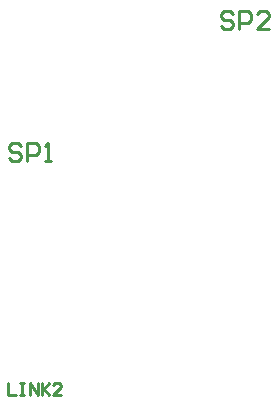
<source format=gbo>
G04*
G04 #@! TF.GenerationSoftware,Altium Limited,Altium Designer,23.5.1 (21)*
G04*
G04 Layer_Color=32896*
%FSLAX44Y44*%
%MOMM*%
G71*
G04*
G04 #@! TF.SameCoordinates,5C111197-4597-48D1-979B-7C2AAD06A796*
G04*
G04*
G04 #@! TF.FilePolarity,Positive*
G04*
G01*
G75*
%ADD10C,0.2540*%
D10*
X1128338Y1523078D02*
X1125799Y1525618D01*
X1120721D01*
X1118182Y1523078D01*
Y1520539D01*
X1120721Y1518000D01*
X1125799D01*
X1128338Y1515461D01*
Y1512922D01*
X1125799Y1510383D01*
X1120721D01*
X1118182Y1512922D01*
X1133417Y1510383D02*
Y1525618D01*
X1141034D01*
X1143573Y1523078D01*
Y1518000D01*
X1141034Y1515461D01*
X1133417D01*
X1158808Y1510383D02*
X1148652D01*
X1158808Y1520539D01*
Y1523078D01*
X1156269Y1525618D01*
X1151191D01*
X1148652Y1523078D01*
X948382Y1411869D02*
X945843Y1414408D01*
X940765D01*
X938226Y1411869D01*
Y1409330D01*
X940765Y1406790D01*
X945843D01*
X948382Y1404251D01*
Y1401712D01*
X945843Y1399173D01*
X940765D01*
X938226Y1401712D01*
X953461Y1399173D02*
Y1414408D01*
X961078D01*
X963618Y1411869D01*
Y1406790D01*
X961078Y1404251D01*
X953461D01*
X968696Y1399173D02*
X973774D01*
X971235D01*
Y1414408D01*
X968696Y1411869D01*
X937827Y1210905D02*
Y1200908D01*
X944491D01*
X947824Y1210905D02*
X951156D01*
X949490D01*
Y1200908D01*
X947824D01*
X951156D01*
X956154D02*
Y1210905D01*
X962819Y1200908D01*
Y1210905D01*
X966151D02*
Y1200908D01*
Y1204241D01*
X972815Y1210905D01*
X967817Y1205907D01*
X972815Y1200908D01*
X982812D02*
X976148D01*
X982812Y1207573D01*
Y1209239D01*
X981146Y1210905D01*
X977814D01*
X976148Y1209239D01*
M02*

</source>
